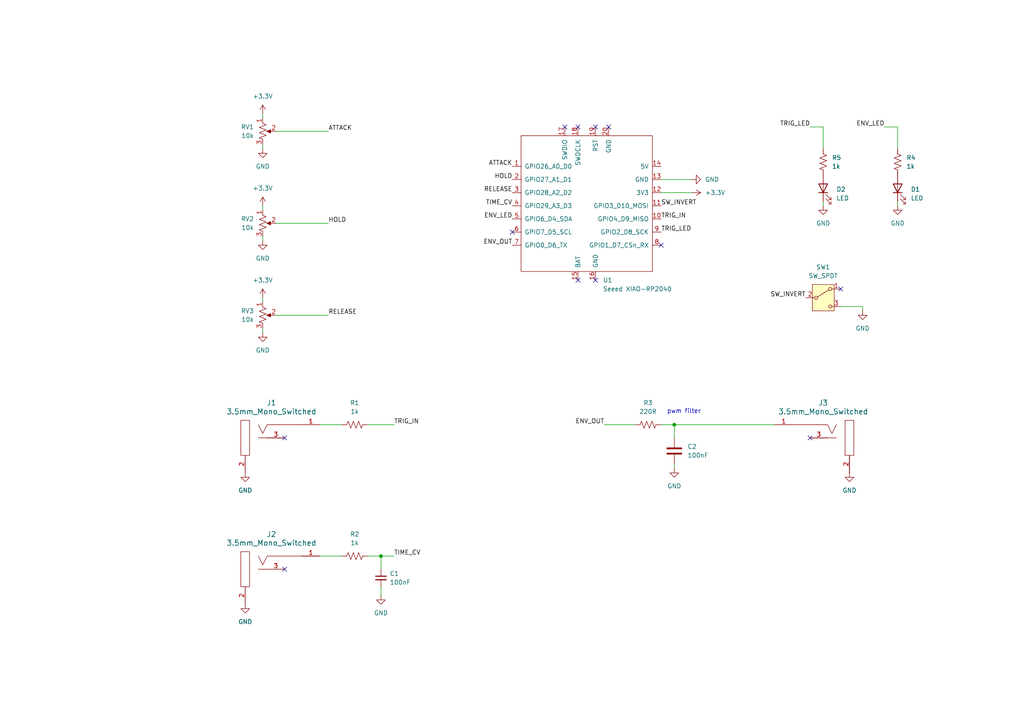
<source format=kicad_sch>
(kicad_sch (version 20250114) (generator "eeschema") (generator_version "9.0")
  (paper "A4")
  (title_block (title "envelope-ahr") (date "2025-08-04") (rev "A") (company "Brian Varren"))
  (lib_symbols
    (symbol "Device:C" (pin_numbers (hide yes)) (pin_names (offset 0.254))
      (property "Reference" "C" (at 0.635 2.54 0))
      (property "Value" "C" (at 0.635 -2.54 0))
      (symbol "C_0_1"
        (polyline (pts (xy -2.032 0.762) (xy 2.032 0.762)) (stroke (width 0.508)))
        (polyline (pts (xy -2.032 -0.762) (xy 2.032 -0.762)) (stroke (width 0.508)))
      )
      (symbol "C_1_1"
        (pin passive line (at 0 3.81 270) (length 2.794) (name "~") (number "1"))
        (pin passive line (at 0 -3.81 90) (length 2.794) (name "~") (number "2"))
      )
    )
    (symbol "Device:C_Small" (pin_numbers (hide yes)) (pin_names (offset 0.254) (hide yes))
      (property "Reference" "C" (at 0.254 1.778 0))
      (property "Value" "C_Small" (at 0.254 -2.032 0))
      (symbol "C_Small_0_1"
        (polyline (pts (xy -1.524 0.508) (xy 1.524 0.508)) (stroke (width 0.3048)))
        (polyline (pts (xy -1.524 -0.508) (xy 1.524 -0.508)) (stroke (width 0.3302)))
      )
      (symbol "C_Small_1_1"
        (pin passive line (at 0 2.54 270) (length 2.032) (name "~") (number "1"))
        (pin passive line (at 0 -2.54 90) (length 2.032) (name "~") (number "2"))
      )
    )
    (symbol "Device:LED" (pin_numbers (hide yes)) (pin_names (offset 1.016) (hide yes))
      (property "Reference" "D" (at 0 2.54 0))
      (property "Value" "LED" (at 0 -2.54 0))
      (symbol "LED_0_1"
        (polyline (pts (xy -3.048 -0.762) (xy -4.572 -2.286) (xy -3.81 -2.286) (xy -4.572 -2.286) (xy -4.572 -1.524)))
        (polyline (pts (xy -1.778 -0.762) (xy -3.302 -2.286) (xy -2.54 -2.286) (xy -3.302 -2.286) (xy -3.302 -1.524)))
        (polyline (pts (xy -1.27 0) (xy 1.27 0)))
        (polyline (pts (xy -1.27 -1.27) (xy -1.27 1.27)) (stroke (width 0.254)))
        (polyline (pts (xy 1.27 -1.27) (xy 1.27 1.27) (xy -1.27 0) (xy 1.27 -1.27)) (stroke (width 0.254)))
      )
      (symbol "LED_1_1"
        (pin passive line (at -3.81 0 0) (length 2.54) (name "K") (number "1"))
        (pin passive line (at 3.81 0 180) (length 2.54) (name "A") (number "2"))
      )
    )
    (symbol "Device:R_Potentiometer_US" (pin_names (offset 1.016) (hide yes))
      (property "Reference" "RV" (at -4.445 0 90))
      (property "Value" "R_Potentiometer_US" (at -2.54 0 90))
      (symbol "R_Potentiometer_US_0_1"
        (polyline (pts (xy 0 2.54) (xy 0 2.286)))
        (polyline (pts (xy 0 2.286) (xy 1.016 1.905) (xy 0 1.524) (xy -1.016 1.143) (xy 0 0.762)))
        (polyline (pts (xy 0 0.762) (xy 1.016 0.381) (xy 0 0) (xy -1.016 -0.381) (xy 0 -0.762)))
        (polyline (pts (xy 0 -0.762) (xy 1.016 -1.143) (xy 0 -1.524) (xy -1.016 -1.905) (xy 0 -2.286)))
        (polyline (pts (xy 0 -2.286) (xy 0 -2.54)))
        (polyline (pts (xy 1.143 0) (xy 2.286 0.508) (xy 2.286 -0.508) (xy 1.143 0)) (fill (type outline)))
        (polyline (pts (xy 2.54 0) (xy 1.524 0)))
      )
      (symbol "R_Potentiometer_US_1_1"
        (pin passive line (at 0 3.81 270) (length 1.27) (name "1") (number "1"))
        (pin passive line (at 0 -3.81 90) (length 1.27) (name "3") (number "3"))
        (pin passive line (at 3.81 0 180) (length 1.27) (name "2") (number "2"))
      )
    )
    (symbol "Device:R_US" (pin_numbers (hide yes)) (pin_names (offset 0))
      (property "Reference" "R" (at 2.54 0 90))
      (property "Value" "R_US" (at -2.54 0 90))
      (symbol "R_US_0_1"
        (polyline (pts (xy 0 2.286) (xy 0 2.54)))
        (polyline (pts (xy 0 2.286) (xy 1.016 1.905) (xy 0 1.524) (xy -1.016 1.143) (xy 0 0.762)))
        (polyline (pts (xy 0 0.762) (xy 1.016 0.381) (xy 0 0) (xy -1.016 -0.381) (xy 0 -0.762)))
        (polyline (pts (xy 0 -0.762) (xy 1.016 -1.143) (xy 0 -1.524) (xy -1.016 -1.905) (xy 0 -2.286)))
        (polyline (pts (xy 0 -2.286) (xy 0 -2.54)))
      )
      (symbol "R_US_1_1"
        (pin passive line (at 0 3.81 270) (length 1.27) (name "~") (number "1"))
        (pin passive line (at 0 -3.81 90) (length 1.27) (name "~") (number "2"))
      )
    )
    (symbol "Switch:SW_SPDT" (pin_names (offset 0) (hide yes))
      (property "Reference" "SW" (at 0 5.08 0))
      (property "Value" "SW_SPDT" (at 0 -5.08 0))
      (symbol "SW_SPDT_0_1"
        (circle (center -2.032 0) (radius 0.4572))
        (polyline (pts (xy -1.651 0.254) (xy 1.651 2.286)))
        (circle (center 2.032 2.54) (radius 0.4572))
        (circle (center 2.032 -2.54) (radius 0.4572))
      )
      (symbol "SW_SPDT_1_1"
        (rectangle (start -3.175 3.81) (end 3.175 -3.81) (fill (type background)))
        (pin passive line (at -5.08 0 0) (length 2.54) (name "B") (number "2"))
        (pin passive line (at 5.08 2.54 180) (length 2.54) (name "A") (number "1"))
        (pin passive line (at 5.08 -2.54 180) (length 2.54) (name "C") (number "3"))
      )
    )
    (symbol "elemental_jack:3.5mm_Mono_Switched" (pin_names (offset 0) (hide yes))
      (property "Reference" "J" (at -6.35 -7.62 0))
      (property "Value" "3.5mm_Mono_Switched" (at 6.35 6.604 0))
      (symbol "3.5mm_Mono_Switched_0_0"
        (rectangle (start -6.35 5.08) (end -3.81 -5.08))
        (polyline (pts (xy -1.27 3.81) (xy 0 1.27) (xy 1.27 3.81) (xy 11.43 3.81)))
        (polyline (pts (xy -1.27 0) (xy 1.27 0)))
      )
      (symbol "3.5mm_Mono_Switched_1_1"
        (pin passive line (at -5.08 -10.16 90) (length 5.08) (name "SHEILD") (number "2"))
        (pin passive line (at 6.35 0 180) (length 5.08) (name "SW") (number "3"))
        (pin passive line (at 16.51 3.81 180) (length 5.08) (name "SIG") (number "1"))
      )
    )
    (symbol "elemental_microcontroller:Seeed XIAO-RP2040" (pin_names (offset 1.016))
      (property "Reference" "U" (at -30.48 25.908 0))
      (property "Value" "Seeed XIAO-RP2040" (at -20.32 24.13 0))
      (symbol "Seeed XIAO-RP2040_0_1"
        (rectangle (start 19.05 -19.05) (end -19.05 20.32))
      )
      (symbol "Seeed XIAO-RP2040_1_1"
        (pin passive line (at -21.59 11.43 0) (length 2.54) (name "GPIO26_A0_D0") (number "1"))
        (pin passive line (at -21.59 7.62 0) (length 2.54) (name "GPIO27_A1_D1") (number "2"))
        (pin passive line (at -21.59 3.81 0) (length 2.54) (name "GPIO28_A2_D2") (number "3"))
        (pin passive line (at -21.59 0 0) (length 2.54) (name "GPIO29_A3_D3") (number "4"))
        (pin passive line (at -21.59 -3.81 0) (length 2.54) (name "GPIO6_D4_SDA") (number "5"))
        (pin passive line (at -21.59 -7.62 0) (length 2.54) (name "GPIO7_D5_SCL") (number "6"))
        (pin passive line (at -21.59 -11.43 0) (length 2.54) (name "GPIO0_D6_TX") (number "7"))
        (pin passive line (at -6.35 22.86 270) (length 2.54) (name "SWDIO") (number "17"))
        (pin passive line (at -2.54 22.86 270) (length 2.54) (name "SWDCLK") (number "18"))
        (pin passive line (at -2.54 -21.59 90) (length 2.54) (name "BAT") (number "15"))
        (pin passive line (at 2.54 22.86 270) (length 2.54) (name "RST") (number "19"))
        (pin passive line (at 2.54 -21.59 90) (length 2.54) (name "GND") (number "16"))
        (pin passive line (at 6.35 22.86 270) (length 2.54) (name "GND") (number "20"))
        (pin passive line (at 21.59 11.43 180) (length 2.54) (name "5V") (number "14"))
        (pin passive line (at 21.59 7.62 180) (length 2.54) (name "GND") (number "13"))
        (pin passive line (at 21.59 3.81 180) (length 2.54) (name "3V3") (number "12"))
        (pin passive line (at 21.59 0 180) (length 2.54) (name "GPIO3_D10_MOSI") (number "11"))
        (pin passive line (at 21.59 -3.81 180) (length 2.54) (name "GPIO4_D9_MISO") (number "10"))
        (pin passive line (at 21.59 -7.62 180) (length 2.54) (name "GPIO2_D8_SCK") (number "9"))
        (pin passive line (at 21.59 -11.43 180) (length 2.54) (name "GPIO1_D7_CSn_RX") (number "8"))
      )
    )
    (symbol "power:+3.3V" (power) (pin_numbers (hide yes)) (pin_names (offset 0) (hide yes))
      (property "Value" "+3.3V" (at 0 3.556 0))
      (symbol "+3.3V_0_1"
        (polyline (pts (xy -0.762 1.27) (xy 0 2.54)))
        (polyline (pts (xy 0 2.54) (xy 0.762 1.27)))
        (polyline (pts (xy 0 0) (xy 0 2.54)))
      )
      (symbol "+3.3V_1_1"
        (pin power_in line (at 0 0 90) (length 0) (name "~") (number "1"))
      )
    )
    (symbol "power:GND" (power) (pin_numbers (hide yes)) (pin_names (offset 0) (hide yes))
      (property "Value" "GND" (at 0 -3.81 0))
      (symbol "GND_0_1"
        (polyline (pts (xy 0 0) (xy 0 -1.27) (xy 1.27 -1.27) (xy 0 -2.54) (xy -1.27 -1.27) (xy 0 -1.27)))
      )
      (symbol "GND_1_1"
        (pin power_in line (at 0 0 270) (length 0) (name "~") (number "1"))
      )
    )
  )
  (text "pwm filter" (at 198.374 119.38 0) (effects (font (size 1.27 1.27))))
  (junction (at 195.58 123.19))
  (junction (at 110.49 161.29))
  (no_connect (at 191.77 71.12))
  (no_connect (at 167.64 36.83))
  (no_connect (at 82.55 165.1))
  (no_connect (at 172.72 36.83))
  (no_connect (at 176.53 36.83))
  (no_connect (at 148.59 67.31))
  (no_connect (at 167.64 81.28))
  (no_connect (at 172.72 81.28))
  (no_connect (at 234.95 127))
  (no_connect (at 163.83 36.83))
  (no_connect (at 243.84 83.82))
  (no_connect (at 82.55 127))
  (wire (pts (xy 92.71 123.19) (xy 99.06 123.19)))
  (wire (pts (xy 175.26 123.19) (xy 184.15 123.19)))
  (wire (pts (xy 76.2 95.25) (xy 76.2 96.52)))
  (wire (pts (xy 238.76 43.18) (xy 238.76 36.83)))
  (wire (pts (xy 76.2 68.58) (xy 76.2 69.85)))
  (wire (pts (xy 243.84 88.9) (xy 250.19 88.9)))
  (wire (pts (xy 80.01 91.44) (xy 95.25 91.44)))
  (wire (pts (xy 191.77 55.88) (xy 200.66 55.88)))
  (wire (pts (xy 234.95 36.83) (xy 238.76 36.83)))
  (wire (pts (xy 106.68 123.19) (xy 114.3 123.19)))
  (wire (pts (xy 80.01 64.77) (xy 95.25 64.77)))
  (wire (pts (xy 76.2 86.36) (xy 76.2 87.63)))
  (wire (pts (xy 191.77 123.19) (xy 195.58 123.19)))
  (wire (pts (xy 250.19 88.9) (xy 250.19 90.17)))
  (wire (pts (xy 191.77 52.07) (xy 200.66 52.07)))
  (wire (pts (xy 76.2 33.02) (xy 76.2 34.29)))
  (wire (pts (xy 92.71 161.29) (xy 99.06 161.29)))
  (wire (pts (xy 76.2 59.69) (xy 76.2 60.96)))
  (wire (pts (xy 110.49 170.18) (xy 110.49 172.72)))
  (wire (pts (xy 195.58 123.19) (xy 224.79 123.19)))
  (wire (pts (xy 110.49 161.29) (xy 110.49 165.1)))
  (wire (pts (xy 195.58 123.19) (xy 195.58 127)))
  (wire (pts (xy 76.2 41.91) (xy 76.2 43.18)))
  (wire (pts (xy 260.35 43.18) (xy 260.35 36.83)))
  (wire (pts (xy 106.68 161.29) (xy 110.49 161.29)))
  (wire (pts (xy 195.58 134.62) (xy 195.58 135.89)))
  (wire (pts (xy 238.76 58.42) (xy 238.76 59.69)))
  (wire (pts (xy 260.35 58.42) (xy 260.35 59.69)))
  (wire (pts (xy 110.49 161.29) (xy 114.3 161.29)))
  (wire (pts (xy 256.54 36.83) (xy 260.35 36.83)))
  (wire (pts (xy 80.01 38.1) (xy 95.25 38.1)))
  (label "TIME_CV" (at 114.3 161.29 0))
  (label "ENV_OUT" (at 148.59 71.12 180))
  (label "TRIG_LED" (at 191.77 67.31 0))
  (label "ENV_OUT" (at 175.26 123.19 180))
  (label "HOLD" (at 148.59 52.07 180))
  (label "RELEASE" (at 95.25 91.44 0))
  (label "SW_INVERT" (at 233.68 86.36 180))
  (label "ATTACK" (at 95.25 38.1 0))
  (label "TRIG_LED" (at 234.95 36.83 180))
  (label "HOLD" (at 95.25 64.77 0))
  (label "ENV_LED" (at 148.59 63.5 180))
  (label "ENV_LED" (at 256.54 36.83 180))
  (label "RELEASE" (at 148.59 55.88 180))
  (label "SW_INVERT" (at 191.77 59.69 0))
  (label "ATTACK" (at 148.59 48.26 180))
  (label "TRIG_IN" (at 114.3 123.19 0))
  (label "TIME_CV" (at 148.59 59.69 180))
  (label "TRIG_IN" (at 191.77 63.5 0))
  (symbol (lib_id "Device:C_Small") (at 110.49 167.64 0) (unit 1)
    (property "Reference" "C1" (at 113.03 166.3762 0) (effects (justify left)))
    (property "Value" "100nF" (at 113.03 168.9162 0) (effects (justify left)))
    (property "Description" "Unpolarized capacitor, small symbol" (effects (hide yes)))
  )
  (symbol (lib_id "elemental_microcontroller:Seeed XIAO-RP2040") (at 170.18 59.69 0) (unit 1)
    (property "Reference" "U1" (at 174.8633 81.28 0) (effects (justify left)))
    (property "Value" "Seeed XIAO-RP2040" (at 174.8633 83.82 0) (effects (justify left)))
  )
  (symbol (lib_id "Device:R_US") (at 102.87 161.29 90) (unit 1)
    (property "Reference" "R2" (at 102.87 154.94 90))
    (property "Value" "1k" (at 102.87 157.48 90))
    (property "Description" "Resistor, US symbol" (effects (hide yes)))
  )
  (symbol (lib_id "elemental_jack:3.5mm_Mono_Switched") (at 76.2 127 0) (unit 1)
    (property "Reference" "J1" (at 78.74 116.84 0) (effects (font (size 1.524 1.524))))
    (property "Value" "3.5mm_Mono_Switched" (at 78.74 119.38 0) (effects (font (size 1.524 1.524))))
    (property "Footprint" "elemental_jack:EighthInch_PJ398SM" (effects (hide yes)))
    (property "Description" "Audio 3.5mm Jack, mono, switched, PC-pin Vertical" (effects (hide yes)))
    (property "Specifications" "Audio 3.5mm Jack, mono, switched, PC-pin Vertical" (effects (hide yes)))
    (property "Manufacturer" "Wenzhou QingPu Electronics Co" (effects (hide yes)))
    (property "Part Number" "WQP-WQP518MA" (effects (hide yes)))
  )
  (symbol (lib_id "elemental_jack:3.5mm_Mono_Switched") (at 241.3 127 0) (mirror y) (unit 1)
    (property "Reference" "J3" (at 238.76 116.84 0) (effects (font (size 1.524 1.524))))
    (property "Value" "3.5mm_Mono_Switched" (at 238.76 119.38 0) (effects (font (size 1.524 1.524))))
    (property "Footprint" "elemental_jack:EighthInch_PJ398SM" (effects (hide yes)))
    (property "Description" "Audio 3.5mm Jack, mono, switched, PC-pin Vertical" (effects (hide yes)))
    (property "Specifications" "Audio 3.5mm Jack, mono, switched, PC-pin Vertical" (effects (hide yes)))
    (property "Manufacturer" "Wenzhou QingPu Electronics Co" (effects (hide yes)))
    (property "Part Number" "WQP-WQP518MA" (effects (hide yes)))
  )
  (symbol (lib_id "power:GND") (at 260.35 59.69 0) (unit 1)
    (property "Reference" "#PWR012" (effects (hide yes)))
    (property "Value" "GND" (at 260.35 64.77 0))
    (property "Description" "Power symbol creates a global label with name \"GND\" , ground" (effects (hide yes)))
  )
  (symbol (lib_id "Device:R_US") (at 238.76 46.99 0) (unit 1)
    (property "Reference" "R5" (at 241.3 45.7199 0) (effects (justify left)))
    (property "Value" "1k" (at 241.3 48.2599 0) (effects (justify left)))
    (property "Description" "Resistor, US symbol" (effects (hide yes)))
  )
  (symbol (lib_id "power:+3.3V") (at 76.2 33.02 0) (unit 1)
    (property "Reference" "#PWR03" (effects (hide yes)))
    (property "Value" "+3.3V" (at 76.2 27.94 0))
    (property "Description" "Power symbol creates a global label with name \"+3.3V\"" (effects (hide yes)))
  )
  (symbol (lib_id "Device:R_Potentiometer_US") (at 76.2 64.77 0) (unit 1)
    (property "Reference" "RV2" (at 73.66 63.4999 0) (effects (justify right)))
    (property "Value" "10k" (at 73.66 66.0399 0) (effects (justify right)))
    (property "Description" "Potentiometer, US symbol" (effects (hide yes)))
  )
  (symbol (lib_id "Device:R_Potentiometer_US") (at 76.2 38.1 0) (unit 1)
    (property "Reference" "RV1" (at 73.66 36.8299 0) (effects (justify right)))
    (property "Value" "10k" (at 73.66 39.3699 0) (effects (justify right)))
    (property "Description" "Potentiometer, US symbol" (effects (hide yes)))
  )
  (symbol (lib_id "power:GND") (at 76.2 43.18 0) (unit 1)
    (property "Reference" "#PWR02" (effects (hide yes)))
    (property "Value" "GND" (at 76.2 48.26 0))
    (property "Description" "Power symbol creates a global label with name \"GND\" , ground" (effects (hide yes)))
  )
  (symbol (lib_id "power:+3.3V") (at 76.2 86.36 0) (unit 1)
    (property "Reference" "#PWR06" (effects (hide yes)))
    (property "Value" "+3.3V" (at 76.2 81.28 0))
    (property "Description" "Power symbol creates a global label with name \"+3.3V\"" (effects (hide yes)))
  )
  (symbol (lib_id "Device:R_US") (at 260.35 46.99 0) (unit 1)
    (property "Reference" "R4" (at 262.89 45.7199 0) (effects (justify left)))
    (property "Value" "1k" (at 262.89 48.2599 0) (effects (justify left)))
    (property "Description" "Resistor, US symbol" (effects (hide yes)))
  )
  (symbol (lib_id "Device:R_Potentiometer_US") (at 76.2 91.44 0) (unit 1)
    (property "Reference" "RV3" (at 73.66 90.1699 0) (effects (justify right)))
    (property "Value" "10k" (at 73.66 92.7099 0) (effects (justify right)))
    (property "Description" "Potentiometer, US symbol" (effects (hide yes)))
  )
  (symbol (lib_id "power:GND") (at 71.12 175.26 0) (unit 1)
    (property "Reference" "#PWR08" (effects (hide yes)))
    (property "Value" "GND" (at 71.12 180.34 0))
    (property "Description" "Power symbol creates a global label with name \"GND\" , ground" (effects (hide yes)))
  )
  (symbol (lib_id "Device:R_US") (at 102.87 123.19 90) (unit 1)
    (property "Reference" "R1" (at 102.87 116.84 90))
    (property "Value" "1k" (at 102.87 119.38 90))
    (property "Description" "Resistor, US symbol" (effects (hide yes)))
  )
  (symbol (lib_id "power:GND") (at 76.2 96.52 0) (unit 1)
    (property "Reference" "#PWR07" (effects (hide yes)))
    (property "Value" "GND" (at 76.2 101.6 0))
    (property "Description" "Power symbol creates a global label with name \"GND\" , ground" (effects (hide yes)))
  )
  (symbol (lib_id "power:+3.3V") (at 76.2 59.69 0) (unit 1)
    (property "Reference" "#PWR04" (effects (hide yes)))
    (property "Value" "+3.3V" (at 76.2 54.61 0))
    (property "Description" "Power symbol creates a global label with name \"+3.3V\"" (effects (hide yes)))
  )
  (symbol (lib_id "power:GND") (at 250.19 90.17 0) (unit 1)
    (property "Reference" "#PWR015" (effects (hide yes)))
    (property "Value" "GND" (at 250.19 95.25 0))
    (property "Description" "Power symbol creates a global label with name \"GND\" , ground" (effects (hide yes)))
  )
  (symbol (lib_id "Device:C") (at 195.58 130.81 180) (unit 1)
    (property "Reference" "C2" (at 199.39 129.5399 0) (effects (justify right)))
    (property "Value" "100nF" (at 199.39 132.0799 0) (effects (justify right)))
    (property "Description" "Unpolarized capacitor" (effects (hide yes)))
  )
  (symbol (lib_id "power:GND") (at 238.76 59.69 0) (unit 1)
    (property "Reference" "#PWR016" (effects (hide yes)))
    (property "Value" "GND" (at 238.76 64.77 0))
    (property "Description" "Power symbol creates a global label with name \"GND\" , ground" (effects (hide yes)))
  )
  (symbol (lib_id "power:GND") (at 76.2 69.85 0) (unit 1)
    (property "Reference" "#PWR05" (effects (hide yes)))
    (property "Value" "GND" (at 76.2 74.93 0))
    (property "Description" "Power symbol creates a global label with name \"GND\" , ground" (effects (hide yes)))
  )
  (symbol (lib_id "elemental_jack:3.5mm_Mono_Switched") (at 76.2 165.1 0) (unit 1)
    (property "Reference" "J2" (at 78.74 154.94 0) (effects (font (size 1.524 1.524))))
    (property "Value" "3.5mm_Mono_Switched" (at 78.74 157.48 0) (effects (font (size 1.524 1.524))))
    (property "Footprint" "elemental_jack:EighthInch_PJ398SM" (effects (hide yes)))
    (property "Description" "Audio 3.5mm Jack, mono, switched, PC-pin Vertical" (effects (hide yes)))
    (property "Specifications" "Audio 3.5mm Jack, mono, switched, PC-pin Vertical" (effects (hide yes)))
    (property "Manufacturer" "Wenzhou QingPu Electronics Co" (effects (hide yes)))
    (property "Part Number" "WQP-WQP518MA" (effects (hide yes)))
  )
  (symbol (lib_id "power:+3.3V") (at 200.66 55.88 270) (unit 1)
    (property "Reference" "#PWR014" (effects (hide yes)))
    (property "Value" "+3.3V" (at 204.47 55.8799 90) (effects (justify left)))
    (property "Description" "Power symbol creates a global label with name \"+3.3V\"" (effects (hide yes)))
  )
  (symbol (lib_id "power:GND") (at 195.58 135.89 0) (unit 1)
    (property "Reference" "#PWR011" (effects (hide yes)))
    (property "Value" "GND" (at 195.58 140.97 0))
    (property "Description" "Power symbol creates a global label with name \"GND\" , ground" (effects (hide yes)))
  )
  (symbol (lib_id "Device:R_US") (at 187.96 123.19 90) (unit 1)
    (property "Reference" "R3" (at 187.96 116.84 90))
    (property "Value" "220R" (at 187.96 119.38 90))
    (property "Footprint" "220R" (effects (hide yes)))
    (property "Description" "Resistor, US symbol" (effects (hide yes)))
  )
  (symbol (lib_id "Switch:SW_SPDT") (at 238.76 86.36 0) (unit 1)
    (property "Reference" "SW1" (at 238.76 77.47 0))
    (property "Value" "SW_SPDT" (at 238.76 80.01 0))
    (property "Description" "Switch, single pole double throw" (effects (hide yes)))
  )
  (symbol (lib_id "power:GND") (at 246.38 137.16 0) (unit 1)
    (property "Reference" "#PWR010" (effects (hide yes)))
    (property "Value" "GND" (at 246.38 142.24 0))
    (property "Description" "Power symbol creates a global label with name \"GND\" , ground" (effects (hide yes)))
  )
  (symbol (lib_id "power:GND") (at 71.12 137.16 0) (unit 1)
    (property "Reference" "#PWR01" (effects (hide yes)))
    (property "Value" "GND" (at 71.12 142.24 0))
    (property "Description" "Power symbol creates a global label with name \"GND\" , ground" (effects (hide yes)))
  )
  (symbol (lib_id "power:GND") (at 110.49 172.72 0) (unit 1)
    (property "Reference" "#PWR09" (effects (hide yes)))
    (property "Value" "GND" (at 110.49 177.8 0))
    (property "Description" "Power symbol creates a global label with name \"GND\" , ground" (effects (hide yes)))
  )
  (symbol (lib_id "power:GND") (at 200.66 52.07 90) (unit 1)
    (property "Reference" "#PWR013" (effects (hide yes)))
    (property "Value" "GND" (at 204.47 52.0699 90) (effects (justify right)))
    (property "Description" "Power symbol creates a global label with name \"GND\" , ground" (effects (hide yes)))
  )
  (symbol (lib_id "Device:LED") (at 260.35 54.61 90) (unit 1)
    (property "Reference" "D1" (at 264.16 54.9274 90) (effects (justify right)))
    (property "Value" "LED" (at 264.16 57.4674 90) (effects (justify right)))
    (property "Description" "Light emitting diode" (effects (hide yes)))
    (property "Sim.Pins" "1=K 2=A" (effects (hide yes)))
  )
  (symbol (lib_id "Device:LED") (at 238.76 54.61 90) (unit 1)
    (property "Reference" "D2" (at 242.57 54.9274 90) (effects (justify right)))
    (property "Value" "LED" (at 242.57 57.4674 90) (effects (justify right)))
    (property "Description" "Light emitting diode" (effects (hide yes)))
    (property "Sim.Pins" "1=K 2=A" (effects (hide yes)))
  )
)
</source>
